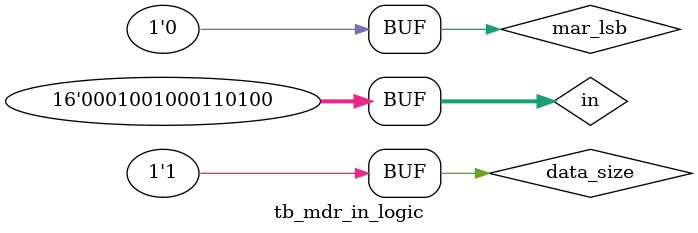
<source format=v>
`timescale 1ns / 1ps


module tb_mdr_in_logic;
//    input [15:0] in,
//    input data_size,
//    input mar_lsb,
//    output reg [15:0] result

    reg [15:0] in;
    reg data_size;
    reg mar_lsb;
    
    wire [15:0] result;
    
    mdr_in_logic uut (
        .in(in),
        .data_size(data_size),
        .mar_lsb(mar_lsb),
        .result(result)
    );
    
    initial begin
        $display("mdr_in_logic Testbench");
        
        in = 'h1234;
        data_size = 0;
        mar_lsb = 0;
        
        #50
        
        // byte in [7:0]
        data_size = 0;
        mar_lsb = 0;
        #50
        if ( result != 'h0034) $display("Test 0 FAIL");
        
        // byte in [15:8]
        data_size = 0;
        mar_lsb = 1;
        #50
        if ( result != 'h3400) $display("Test 1 FAIL");
        
        // word in [15:0]
        data_size = 1;
        mar_lsb = 0;
        #50
        if ( result != 'h1234) $display("Test 2 FAIL");
        
        // data_size == 1 and mar_lsb == 1 is an exception
    
    
    end
    
endmodule

</source>
